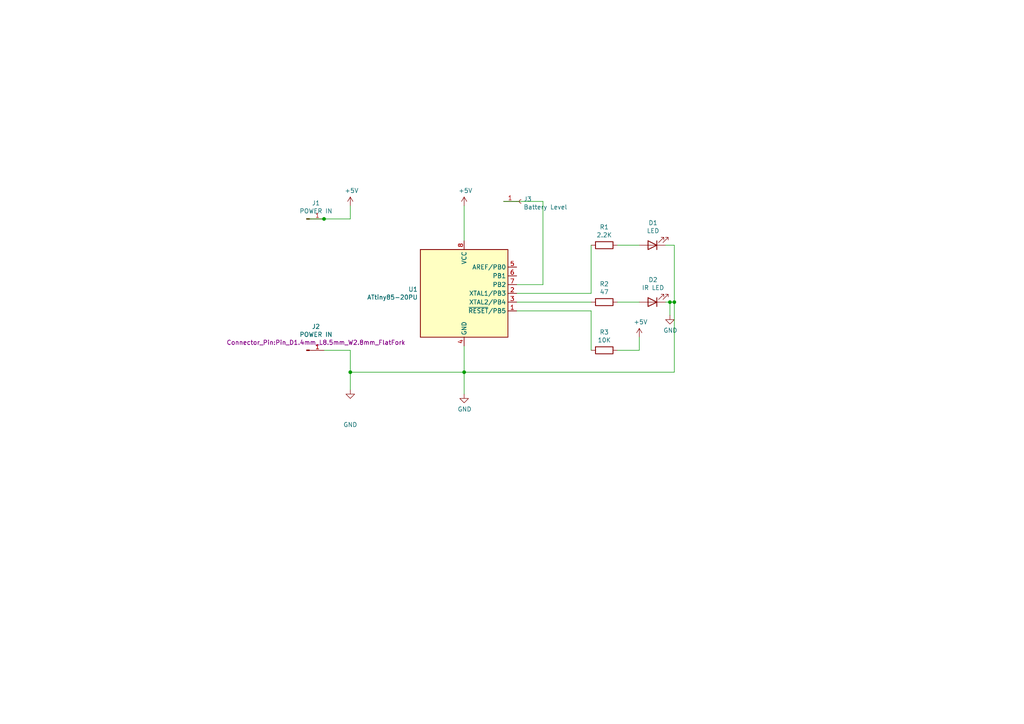
<source format=kicad_sch>
(kicad_sch (version 20211123) (generator eeschema)
  (paper "A4")
  (lib_symbols
    (symbol "Connector:Conn_01x01_Female" (pin_names (offset 1.016) hide)
      (property "Reference" "J" (at 0 2.54 0))
      (property "Value" "Conn_01x01_Female" (at 0 -2.54 0))
      (symbol "Conn_01x01_Female_1_1"
        (polyline (pts (xy -1.27 0) (xy -0.508 0)) (stroke (width 0.1524)))
        (arc (start 0 0.508) (mid -0.508 0) (end 0 -0.508) (stroke (width 0.1524)))
        (pin passive line (at -5.08 0 0) (length 3.81) (name "Pin_1") (number "1"))
      )
    )
    (symbol "Connector:Conn_01x01_Male" (pin_names (offset 1.016) hide)
      (property "Reference" "J" (at 0 2.54 0))
      (property "Value" "Conn_01x01_Male" (at 0 -2.54 0))
      (symbol "Conn_01x01_Male_1_1"
        (polyline (pts (xy 1.27 0) (xy 0.8636 0)) (stroke (width 0.1524)))
        (rectangle (start 0.8636 0.127) (end 0 -0.127) (stroke (width 0.1524)) (fill (type outline)))
        (pin passive line (at 5.08 0 180) (length 3.81) (name "Pin_1") (number "1"))
      )
    )
    (symbol "Device:LED" (pin_numbers hide) (pin_names (offset 1.016) hide)
      (property "Reference" "D" (at 0 2.54 0))
      (property "Value" "LED" (at 0 -2.54 0))
      (symbol "LED_0_1"
        (polyline (pts (xy -1.27 -1.27) (xy -1.27 1.27)) (stroke (width 0.254)))
        (polyline (pts (xy -1.27 0) (xy 1.27 0)))
        (polyline (pts (xy 1.27 -1.27) (xy 1.27 1.27) (xy -1.27 0) (xy 1.27 -1.27)) (stroke (width 0.254)))
        (polyline (pts (xy -3.048 -0.762) (xy -4.572 -2.286) (xy -3.81 -2.286) (xy -4.572 -2.286) (xy -4.572 -1.524)))
        (polyline (pts (xy -1.778 -0.762) (xy -3.302 -2.286) (xy -2.54 -2.286) (xy -3.302 -2.286) (xy -3.302 -1.524)))
      )
      (symbol "LED_1_1"
        (pin passive line (at -3.81 0 0) (length 2.54) (name "K") (number "1"))
        (pin passive line (at 3.81 0 180) (length 2.54) (name "A") (number "2"))
      )
    )
    (symbol "Device:R" (pin_numbers hide) (pin_names (offset 0))
      (property "Reference" "R" (at 2.032 0 90))
      (property "Value" "R" (at 0 0 90))
      (symbol "R_0_1"
        (rectangle (start -1.016 -2.54) (end 1.016 2.54) (stroke (width 0.254)))
      )
      (symbol "R_1_1"
        (pin passive line (at 0 3.81 270) (length 1.27) (name "~") (number "1"))
        (pin passive line (at 0 -3.81 90) (length 1.27) (name "~") (number "2"))
      )
    )
    (symbol "power:+5V" (power) (pin_names (offset 0))
      (property "Value" "+5V" (at 0 3.556 0))
      (symbol "+5V_0_1"
        (polyline (pts (xy -0.762 1.27) (xy 0 2.54)))
        (polyline (pts (xy 0 0) (xy 0 2.54)))
        (polyline (pts (xy 0 2.54) (xy 0.762 1.27)))
      )
      (symbol "+5V_1_1"
        (pin power_in line (at 0 0 90) (length 0) hide (name "+5V") (number "1"))
      )
    )
    (symbol "power:GND" (power) (pin_names (offset 0))
      (property "Value" "GND" (at 0 -3.81 0))
      (symbol "GND_0_1"
        (polyline (pts (xy 0 0) (xy 0 -1.27) (xy 1.27 -1.27) (xy 0 -2.54) (xy -1.27 -1.27) (xy 0 -1.27)))
      )
      (symbol "GND_1_1"
        (pin power_in line (at 0 0 270) (length 0) hide (name "GND") (number "1"))
      )
    )
    (symbol "prueba-kicad-2-rescue:ATtiny85-20PU-MCU_Microchip_ATtiny"
      (property "Reference" "U" (at -12.7 13.97 0))
      (property "Value" "ATtiny85-20PU-MCU_Microchip_ATtiny" (at 2.54 -13.97 0))
      (symbol "ATtiny85-20PU-MCU_Microchip_ATtiny_0_1"
        (rectangle (start -12.7 -12.7) (end 12.7 12.7) (stroke (width 0.254)) (fill (type background)))
      )
      (symbol "ATtiny85-20PU-MCU_Microchip_ATtiny_1_1"
        (pin bidirectional line (at 15.24 -5.08 180) (length 2.54) (name "~{RESET}/PB5") (number "1"))
        (pin bidirectional line (at 15.24 0 180) (length 2.54) (name "XTAL1/PB3") (number "2"))
        (pin bidirectional line (at 15.24 -2.54 180) (length 2.54) (name "XTAL2/PB4") (number "3"))
        (pin power_in line (at 0 -15.24 90) (length 2.54) (name "GND") (number "4"))
        (pin bidirectional line (at 15.24 7.62 180) (length 2.54) (name "AREF/PB0") (number "5"))
        (pin bidirectional line (at 15.24 5.08 180) (length 2.54) (name "PB1") (number "6"))
        (pin bidirectional line (at 15.24 2.54 180) (length 2.54) (name "PB2") (number "7"))
        (pin power_in line (at 0 15.24 270) (length 2.54) (name "VCC") (number "8"))
      )
    )
  )
  (junction (at 195.58 87.63))
  (junction (at 194.31 87.63))
  (junction (at 134.62 107.95))
  (junction (at 93.98 63.5))
  (junction (at 101.6 107.95))
  (wire (pts (xy 101.6 63.5) (xy 101.6 59.69)))
  (wire (pts (xy 195.58 107.95) (xy 134.62 107.95)))
  (wire (pts (xy 134.62 107.95) (xy 134.62 114.3)))
  (wire (pts (xy 157.48 58.42) (xy 157.48 82.55)))
  (wire (pts (xy 193.04 87.63) (xy 194.31 87.63)))
  (wire (pts (xy 179.07 101.6) (xy 185.42 101.6)))
  (wire (pts (xy 149.86 87.63) (xy 171.45 87.63)))
  (wire (pts (xy 146.05 58.42) (xy 157.48 58.42)))
  (wire (pts (xy 134.62 100.33) (xy 134.62 107.95)))
  (wire (pts (xy 179.07 87.63) (xy 185.42 87.63)))
  (wire (pts (xy 194.31 87.63) (xy 195.58 87.63)))
  (wire (pts (xy 134.62 107.95) (xy 101.6 107.95)))
  (wire (pts (xy 195.58 71.12) (xy 195.58 87.63)))
  (wire (pts (xy 179.07 71.12) (xy 185.42 71.12)))
  (wire (pts (xy 195.58 71.12) (xy 193.04 71.12)))
  (wire (pts (xy 101.6 101.6) (xy 101.6 107.95)))
  (wire (pts (xy 157.48 82.55) (xy 149.86 82.55)))
  (wire (pts (xy 93.98 63.5) (xy 101.6 63.5)))
  (wire (pts (xy 101.6 107.95) (xy 101.6 113.03)))
  (wire (pts (xy 93.98 101.6) (xy 101.6 101.6)))
  (wire (pts (xy 171.45 71.12) (xy 171.45 85.09)))
  (wire (pts (xy 134.62 69.85) (xy 134.62 59.69)))
  (wire (pts (xy 185.42 101.6) (xy 185.42 97.79)))
  (wire (pts (xy 171.45 90.17) (xy 171.45 101.6)))
  (wire (pts (xy 194.31 87.63) (xy 194.31 91.44)))
  (wire (pts (xy 88.9 63.5) (xy 93.98 63.5)))
  (wire (pts (xy 195.58 87.63) (xy 195.58 107.95)))
  (wire (pts (xy 149.86 90.17) (xy 171.45 90.17)))
  (wire (pts (xy 149.86 85.09) (xy 171.45 85.09)))
  (symbol (lib_id "prueba-kicad-2-rescue:ATtiny85-20PU-MCU_Microchip_ATtiny") (at 134.62 85.09 0) (unit 1)
    (property "Reference" "U1" (at 121.1834 83.9216 0) (effects (justify right)))
    (property "Value" "ATtiny85-20PU" (at 121.1834 86.233 0) (effects (justify right)))
    (property "Footprint" "Package_DIP:DIP-8_W7.62mm" (effects hide))
    (property "Datasheet" "http://ww1.microchip.com/downloads/en/DeviceDoc/atmel-2586-avr-8-bit-microcontroller-attiny25-attiny45-attiny85_datasheet.pdf" (effects hide))
  )
  (symbol (lib_id "Device:R") (at 175.26 71.12 270) (unit 1)
    (property "Reference" "R1" (at 175.26 65.8622 90))
    (property "Value" "2.2K" (at 175.26 68.1736 90))
    (property "Footprint" "Resistor_THT:R_Axial_DIN0207_L6.3mm_D2.5mm_P10.16mm_Horizontal" (effects hide))
  )
  (symbol (lib_id "Device:R") (at 175.26 87.63 270) (unit 1)
    (property "Reference" "R2" (at 175.26 82.3722 90))
    (property "Value" "47" (at 175.26 84.6836 90))
    (property "Footprint" "Resistor_THT:R_Axial_DIN0207_L6.3mm_D2.5mm_P10.16mm_Horizontal" (effects hide))
  )
  (symbol (lib_id "Device:LED") (at 189.23 71.12 180) (unit 1)
    (property "Reference" "D1" (at 189.4078 64.643 0))
    (property "Value" "LED" (at 189.4078 66.9544 0))
    (property "Footprint" "Connector_PinHeader_2.00mm:PinHeader_1x02_P2.00mm_Vertical" (effects hide))
  )
  (symbol (lib_id "Device:LED") (at 189.23 87.63 180) (unit 1)
    (property "Reference" "D2" (at 189.4078 81.153 0))
    (property "Value" "IR LED" (at 189.4078 83.4644 0))
    (property "Footprint" "LED_THT:LED_D5.0mm" (effects hide))
  )
  (symbol (lib_id "power:GND") (at 134.62 114.3 0) (unit 1)
    (property "Reference" "#PWR04" (effects hide))
    (property "Value" "GND" (at 134.747 118.6942 0))
  )
  (symbol (lib_id "power:GND") (at 194.31 91.44 0) (unit 1)
    (property "Reference" "#PWR05" (effects hide))
    (property "Value" "GND" (at 194.437 95.8342 0))
  )
  (symbol (lib_id "power:+5V") (at 134.62 59.69 0) (unit 1)
    (property "Reference" "#PWR03" (effects hide))
    (property "Value" "+5V" (at 135.001 55.2958 0))
  )
  (symbol (lib_id "Device:R") (at 175.26 101.6 270) (unit 1)
    (property "Reference" "R3" (at 175.26 96.3422 90))
    (property "Value" "10K" (at 175.26 98.6536 90))
    (property "Footprint" "Resistor_THT:R_Axial_DIN0207_L6.3mm_D2.5mm_P10.16mm_Horizontal" (effects hide))
  )
  (symbol (lib_id "power:+5V") (at 185.42 97.79 0) (unit 1)
    (property "Reference" "#PWR06" (effects hide))
    (property "Value" "+5V" (at 185.801 93.3958 0))
  )
  (symbol (lib_id "Connector:Conn_01x01_Female") (at 151.13 58.42 0) (unit 1)
    (property "Reference" "J3" (at 151.8412 57.7596 0) (effects (justify left)))
    (property "Value" "Battery Level" (at 151.8412 60.071 0) (effects (justify left)))
    (property "Footprint" "Connector_Pin:Pin_D1.4mm_L8.5mm_W2.8mm_FlatFork" (effects hide))
  )
  (symbol (lib_id "Connector:Conn_01x01_Male") (at 88.9 63.5 0) (unit 1)
    (property "Reference" "J1" (at 91.6432 58.9026 0))
    (property "Value" "POWER IN" (at 91.6432 61.214 0))
    (property "Footprint" "Connector_Pin:Pin_D1.4mm_L8.5mm_W2.8mm_FlatFork" (effects hide))
  )
  (symbol (lib_id "Connector:Conn_01x01_Male") (at 88.9 101.6 0) (unit 1)
    (property "Reference" "J2" (at 91.6432 94.7166 0))
    (property "Value" "POWER IN" (at 91.6432 97.028 0))
    (property "Footprint" "Connector_Pin:Pin_D1.4mm_L8.5mm_W2.8mm_FlatFork" (at 91.6432 99.3394 0))
  )
  (symbol (lib_id "power:+5V") (at 101.6 59.69 0) (unit 1)
    (property "Reference" "#PWR01" (effects hide))
    (property "Value" "+5V" (at 101.981 55.2958 0))
  )
  (symbol (lib_id "power:GND") (at 101.6 113.03 0) (unit 1)
    (property "Reference" "#PWR02" (effects hide))
    (property "Value" "GND" (at 101.6 123.19 0))
  )
)
</source>
